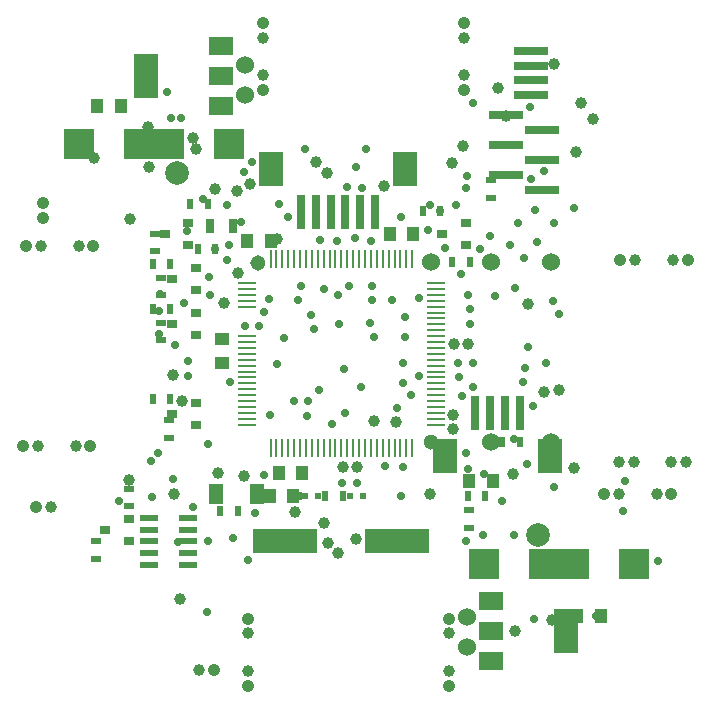
<source format=gts>
G04 #@! TF.FileFunction,Soldermask,Top*
%FSLAX46Y46*%
G04 Gerber Fmt 4.6, Leading zero omitted, Abs format (unit mm)*
G04 Created by KiCad (PCBNEW 4.0.7) date 02/03/18 21:52:34*
%MOMM*%
%LPD*%
G01*
G04 APERTURE LIST*
%ADD10C,0.100000*%
%ADD11R,1.500000X0.290000*%
%ADD12R,0.290000X1.500000*%
%ADD13R,2.000000X3.800000*%
%ADD14R,2.000000X1.500000*%
%ADD15R,2.550000X2.500000*%
%ADD16R,1.000000X1.250000*%
%ADD17C,1.060000*%
%ADD18C,1.006000*%
%ADD19R,0.800000X3.000000*%
%ADD20R,2.100000X3.000000*%
%ADD21C,1.300000*%
%ADD22C,1.524000*%
%ADD23R,3.000000X0.800000*%
%ADD24R,0.600000X0.500000*%
%ADD25R,1.500000X0.500000*%
%ADD26R,0.900000X0.800000*%
%ADD27R,0.500000X0.900000*%
%ADD28R,0.900000X0.500000*%
%ADD29R,0.700000X1.300000*%
%ADD30R,1.250000X1.000000*%
%ADD31R,1.300000X1.700000*%
%ADD32R,5.500000X2.000000*%
%ADD33C,1.306000*%
%ADD34C,2.000000*%
%ADD35C,1.000000*%
%ADD36R,3.000000X0.650000*%
%ADD37C,0.706000*%
G04 APERTURE END LIST*
D10*
D11*
X34610000Y-38250000D03*
X34610000Y-38750000D03*
X34610000Y-39250000D03*
X34610000Y-39750000D03*
X34610000Y-40250000D03*
X34610000Y-42750000D03*
X34610000Y-43250000D03*
X34610000Y-43750000D03*
X34610000Y-44250000D03*
X34610000Y-44750000D03*
X34610000Y-45250000D03*
X34610000Y-45750000D03*
X34610000Y-46250000D03*
X34610000Y-46750000D03*
X34610000Y-47250000D03*
X34610000Y-47750000D03*
X34610000Y-48250000D03*
X34610000Y-48750000D03*
X34610000Y-49250000D03*
X34610000Y-49750000D03*
X34610000Y-50250000D03*
D12*
X36610000Y-52250000D03*
X37110000Y-52250000D03*
X37610000Y-52250000D03*
X38110000Y-52250000D03*
X38610000Y-52250000D03*
X39110000Y-52250000D03*
X39610000Y-52250000D03*
X40110000Y-52250000D03*
X40610000Y-52250000D03*
X41110000Y-52250000D03*
X41610000Y-52250000D03*
X42110000Y-52250000D03*
X42610000Y-52250000D03*
X43110000Y-52250000D03*
X43610000Y-52250000D03*
X44110000Y-52250000D03*
X44610000Y-52250000D03*
X45110000Y-52250000D03*
X45610000Y-52250000D03*
X46110000Y-52250000D03*
X46610000Y-52250000D03*
X47110000Y-52250000D03*
X47610000Y-52250000D03*
X48110000Y-52250000D03*
X48610000Y-52250000D03*
D11*
X50610000Y-50250000D03*
X50610000Y-49750000D03*
X50610000Y-49250000D03*
X50610000Y-48750000D03*
X50610000Y-48250000D03*
X50610000Y-47750000D03*
X50610000Y-47250000D03*
X50610000Y-46750000D03*
X50610000Y-46250000D03*
X50610000Y-45750000D03*
X50610000Y-45250000D03*
X50610000Y-44750000D03*
X50610000Y-44250000D03*
X50610000Y-43750000D03*
X50610000Y-43250000D03*
X50610000Y-42750000D03*
X50610000Y-42250000D03*
X50610000Y-41750000D03*
X50610000Y-41250000D03*
X50610000Y-40750000D03*
X50610000Y-40250000D03*
X50610000Y-39750000D03*
X50610000Y-39250000D03*
X50610000Y-38750000D03*
X50610000Y-38250000D03*
D12*
X48610000Y-36250000D03*
X48110000Y-36250000D03*
X47610000Y-36250000D03*
X47110000Y-36250000D03*
X46610000Y-36250000D03*
X46110000Y-36250000D03*
X45610000Y-36250000D03*
X45110000Y-36250000D03*
X44610000Y-36250000D03*
X44110000Y-36250000D03*
X43610000Y-36250000D03*
X43110000Y-36250000D03*
X42610000Y-36250000D03*
X42110000Y-36250000D03*
X41610000Y-36250000D03*
X41110000Y-36250000D03*
X40610000Y-36250000D03*
X40110000Y-36250000D03*
X39610000Y-36250000D03*
X39110000Y-36250000D03*
X38610000Y-36250000D03*
X38110000Y-36250000D03*
X37610000Y-36250000D03*
X37110000Y-36250000D03*
X36610000Y-36250000D03*
D13*
X61660000Y-67745000D03*
D14*
X55310000Y-67745000D03*
X55310000Y-65205000D03*
X55310000Y-70285000D03*
D15*
X54690000Y-62030000D03*
X59740000Y-62030000D03*
X67360000Y-62030000D03*
X62310000Y-62030000D03*
D16*
X62565000Y-66475000D03*
X64565000Y-66475000D03*
D17*
X64882500Y-56140100D03*
D18*
X66132500Y-56140100D03*
X69297020Y-56084220D03*
D17*
X70547020Y-56084220D03*
D19*
X57700000Y-49260000D03*
X56450000Y-49260000D03*
X55200000Y-49260000D03*
D20*
X60250000Y-52860000D03*
X51400000Y-52860000D03*
D19*
X53950000Y-49260000D03*
D21*
X50240000Y-51740000D03*
D22*
X55320000Y-51740000D03*
X60400000Y-51740000D03*
X60400000Y-36500000D03*
X55320000Y-36500000D03*
X50240000Y-36500000D03*
D18*
X67486000Y-36290000D03*
D17*
X66236000Y-36290000D03*
D23*
X58672960Y-22355200D03*
X58672960Y-21105200D03*
X58672960Y-19855200D03*
X58672960Y-18605200D03*
D17*
X35990000Y-16224000D03*
D18*
X35990000Y-17474000D03*
D24*
X39520000Y-56315000D03*
X40620000Y-56315000D03*
X44430000Y-56315000D03*
X43330000Y-56315000D03*
D13*
X26100000Y-20755000D03*
D14*
X32450000Y-20755000D03*
X32450000Y-23295000D03*
X32450000Y-18215000D03*
D25*
X29655000Y-62125000D03*
X26355000Y-62125000D03*
X29655000Y-61125000D03*
X26355000Y-61125000D03*
X29655000Y-60125000D03*
X26355000Y-60125000D03*
X29655000Y-59125000D03*
X26355000Y-59125000D03*
X29655000Y-58125000D03*
X26355000Y-58125000D03*
D26*
X30275000Y-38850000D03*
X30275000Y-36950000D03*
X28275000Y-37900000D03*
X53135000Y-35040000D03*
X53135000Y-33140000D03*
X51135000Y-34090000D03*
X29640000Y-35040000D03*
X29640000Y-33140000D03*
X27640000Y-34090000D03*
X30275000Y-42660000D03*
X30275000Y-40760000D03*
X28275000Y-41710000D03*
X30275000Y-50280000D03*
X30275000Y-48380000D03*
X28275000Y-49330000D03*
X24600000Y-60100000D03*
X24600000Y-58200000D03*
X22600000Y-59150000D03*
D27*
X32335000Y-57585000D03*
X33835000Y-57585000D03*
X57750000Y-51730000D03*
X56250000Y-51730000D03*
D28*
X55310000Y-31030000D03*
X55310000Y-29530000D03*
D27*
X41225000Y-56315000D03*
X42725000Y-56315000D03*
X28120000Y-36630000D03*
X26620000Y-36630000D03*
X50980000Y-32185000D03*
X49480000Y-32185000D03*
X29795000Y-31550000D03*
X31295000Y-31550000D03*
D28*
X27370000Y-37785000D03*
X27370000Y-39285000D03*
D29*
X33400000Y-33455000D03*
X31500000Y-33455000D03*
D27*
X51959040Y-36436960D03*
X53459040Y-36436960D03*
X28120000Y-40440000D03*
X26620000Y-40440000D03*
D28*
X26800000Y-34075000D03*
X26800000Y-35575000D03*
D27*
X31930000Y-35360000D03*
X30430000Y-35360000D03*
D28*
X27370000Y-41595000D03*
X27370000Y-43095000D03*
D27*
X28120000Y-48060000D03*
X26620000Y-48060000D03*
D28*
X28050000Y-49860000D03*
X28050000Y-51360000D03*
X24630000Y-57170000D03*
X24630000Y-55670000D03*
X21810000Y-60110000D03*
X21810000Y-61610000D03*
D15*
X33070000Y-26470000D03*
X28020000Y-26470000D03*
D16*
X36530000Y-56315000D03*
X38530000Y-56315000D03*
D15*
X20400000Y-26470000D03*
X25450000Y-26470000D03*
D16*
X21925000Y-23295000D03*
X23925000Y-23295000D03*
D30*
X32475000Y-43025000D03*
X32475000Y-45025000D03*
D16*
X37300000Y-54350000D03*
X39300000Y-54350000D03*
X48690000Y-34090000D03*
X46690000Y-34090000D03*
X34625000Y-34660000D03*
X36625000Y-34660000D03*
X53450000Y-55050000D03*
X55450000Y-55050000D03*
D31*
X35470000Y-56100000D03*
X31970000Y-56100000D03*
D17*
X15670000Y-52038000D03*
D18*
X16920000Y-52038000D03*
X20115000Y-52038000D03*
D17*
X21365000Y-52038000D03*
X51738000Y-72358000D03*
D18*
X51738000Y-71108000D03*
X51738000Y-67913000D03*
D17*
X51738000Y-66663000D03*
X34720000Y-72358000D03*
D18*
X34720000Y-71108000D03*
X34720000Y-67913000D03*
D17*
X34720000Y-66663000D03*
X53008000Y-16224000D03*
D18*
X53008000Y-17474000D03*
X53008000Y-20669000D03*
D17*
X53008000Y-21919000D03*
X71931000Y-36290000D03*
D18*
X70681000Y-36290000D03*
X67359000Y-53435000D03*
X66109000Y-53435000D03*
X35990000Y-20669000D03*
D17*
X35990000Y-21919000D03*
X15924000Y-35147000D03*
D18*
X17174000Y-35147000D03*
X20369000Y-35147000D03*
D17*
X21619000Y-35147000D03*
D28*
X53405000Y-58970000D03*
X53405000Y-57470000D03*
D27*
X53290000Y-56315000D03*
X54790000Y-56315000D03*
D19*
X41700000Y-32240000D03*
X40450000Y-32240000D03*
X39200000Y-32240000D03*
X42950000Y-32240000D03*
X44200000Y-32240000D03*
D20*
X36650000Y-28640000D03*
X48000000Y-28640000D03*
D19*
X45450000Y-32240000D03*
D32*
X47360000Y-60125000D03*
X37860000Y-60125000D03*
D18*
X18024580Y-57242460D03*
D17*
X16774580Y-57242460D03*
D18*
X71804000Y-53435000D03*
X70554000Y-53435000D03*
D22*
X53262000Y-69056000D03*
X53262000Y-66516000D03*
X34453300Y-19792700D03*
X34453300Y-22332700D03*
D33*
X35570900Y-36582100D03*
D34*
X28725600Y-28924000D03*
X59294500Y-59569100D03*
D17*
X17371800Y-32734000D03*
X17371800Y-31484000D03*
X31800000Y-71000000D03*
D18*
X30550000Y-71000000D03*
X43960520Y-53800760D03*
X42710520Y-53800760D03*
X53363600Y-43376600D03*
X52113600Y-43376600D03*
D35*
X52098680Y-50641000D03*
X52098680Y-49391000D03*
D36*
X56577840Y-24042120D03*
X56577840Y-26582120D03*
X56577840Y-29122120D03*
X59577840Y-25312120D03*
X59577840Y-27852120D03*
X59577840Y-30392120D03*
D18*
X30262300Y-26942800D03*
X26287200Y-28441400D03*
X30015920Y-25967440D03*
D35*
X62865740Y-23028660D03*
X63871580Y-24400260D03*
D37*
X58606160Y-23341080D03*
D35*
X62449940Y-27145640D03*
D37*
X58667120Y-29447240D03*
D35*
X40490000Y-27970000D03*
D37*
X43884320Y-28461720D03*
D35*
X33880000Y-37370000D03*
X32632120Y-39975540D03*
X55895980Y-21751040D03*
D37*
X58989700Y-32030420D03*
D35*
X61030000Y-47310000D03*
D18*
X26275900Y-25075900D03*
D35*
X62317100Y-53930300D03*
D18*
X32383200Y-23247100D03*
D37*
X54800000Y-65300000D03*
D35*
X60642730Y-19727570D03*
D37*
X48020200Y-41105480D03*
X64200000Y-66475000D03*
X39100000Y-56300000D03*
X31320000Y-51910000D03*
X28350000Y-54820000D03*
X47680000Y-32670000D03*
X47825000Y-53800000D03*
X37350000Y-31525000D03*
D35*
X37200000Y-34550000D03*
D37*
X28800000Y-60150000D03*
X31930000Y-35360000D03*
D35*
X33740000Y-30480000D03*
D37*
X54660000Y-54440000D03*
D35*
X60480680Y-66754760D03*
D37*
X30894760Y-31123640D03*
X27180000Y-42570000D03*
D35*
X56524120Y-24112880D03*
D37*
X53719200Y-22995640D03*
D35*
X41410000Y-28970000D03*
X29114220Y-48263560D03*
X28342060Y-46051220D03*
D37*
X34070000Y-33050000D03*
D35*
X34864780Y-29846020D03*
X52929260Y-26648160D03*
X51971680Y-28080720D03*
D37*
X52740000Y-37490000D03*
D35*
X59772020Y-47499020D03*
X57275000Y-67750000D03*
D37*
X66482700Y-57537100D03*
D35*
X58423280Y-39998400D03*
D18*
X28975000Y-65000000D03*
D37*
X59800000Y-28800000D03*
D35*
X61175000Y-67750000D03*
D37*
X37300000Y-54350000D03*
D18*
X41120000Y-58530000D03*
X38660000Y-57660000D03*
D35*
X43860000Y-59960000D03*
D18*
X41440000Y-60240000D03*
D37*
X27280000Y-39220000D03*
D35*
X34375000Y-54575000D03*
D37*
X53135000Y-35040000D03*
X33425000Y-59825000D03*
X36508920Y-39611960D03*
X31317160Y-60071660D03*
X36072040Y-40747340D03*
X46305000Y-53775000D03*
X33094400Y-34992060D03*
X33150000Y-46620000D03*
X53520000Y-41710000D03*
X26450000Y-53290000D03*
X28275000Y-41710000D03*
X29600000Y-44880000D03*
X22600000Y-59150000D03*
X30050000Y-57250000D03*
X29600000Y-46120000D03*
X38570000Y-48270000D03*
X31420000Y-37710000D03*
X36075000Y-54500000D03*
X35300000Y-57750000D03*
X31250000Y-66125000D03*
X52576200Y-46221400D03*
X43122320Y-30158440D03*
X39731420Y-49498000D03*
X45360060Y-42845740D03*
D18*
X45340000Y-49940000D03*
D37*
X48025000Y-42850000D03*
X44341520Y-30178760D03*
X55190000Y-34283400D03*
X57588210Y-33191790D03*
X56909440Y-34999680D03*
X39820320Y-48255940D03*
X42818280Y-45489520D03*
X43920000Y-55160000D03*
X59907400Y-44984060D03*
X57224400Y-59581800D03*
X53135000Y-60077100D03*
X56180460Y-56668420D03*
X58391020Y-43627700D03*
X40011580Y-40930220D03*
X29530000Y-33890000D03*
X57300600Y-38695380D03*
X46907680Y-39680540D03*
X40285900Y-42118940D03*
X60498460Y-39746940D03*
X45045100Y-41644320D03*
D18*
X47225000Y-50050000D03*
D37*
X54371980Y-35334960D03*
X42700000Y-55150000D03*
X49934600Y-33788100D03*
X32962320Y-31621480D03*
X49147960Y-39540840D03*
X53188340Y-52647600D03*
X58336920Y-53605180D03*
X60577200Y-55505100D03*
X66650000Y-55000000D03*
X69403700Y-61745880D03*
X54570100Y-59569100D03*
X37150000Y-45100000D03*
X53500000Y-40475000D03*
X36607220Y-49388780D03*
X38065180Y-32670500D03*
X47630000Y-56315000D03*
X32890000Y-36340000D03*
X34700000Y-61700000D03*
X34344080Y-28822400D03*
D35*
X31880280Y-30310840D03*
X24620960Y-54923440D03*
X28430000Y-56140000D03*
X32190160Y-54324000D03*
D37*
X53282320Y-29213560D03*
D35*
X46200000Y-30000000D03*
D37*
X28217600Y-24260560D03*
X29045640Y-24265640D03*
X52317120Y-31611320D03*
X50097160Y-31646880D03*
X58834760Y-48677580D03*
D35*
X57173600Y-54453540D03*
X50150500Y-56114700D03*
D18*
X21664400Y-27666700D03*
X24737800Y-32848300D03*
D37*
X57240000Y-51500000D03*
X58010000Y-46650000D03*
D35*
X42350000Y-61070000D03*
D37*
X27160000Y-40620000D03*
X31478960Y-39231320D03*
X37710340Y-42926660D03*
X38911000Y-39670740D03*
X35655480Y-41903040D03*
X29280000Y-39920000D03*
X44240000Y-47020000D03*
X42370000Y-41680000D03*
X42300000Y-39300000D03*
X28530020Y-43485820D03*
X27084760Y-52622200D03*
X23810000Y-56680000D03*
X26560000Y-56400000D03*
X45215280Y-39713920D03*
X40682140Y-47331020D03*
X34446440Y-41882720D03*
X50976000Y-32134560D03*
X60643240Y-33135320D03*
X59177660Y-34819340D03*
X39500280Y-26907240D03*
X44671720Y-26902160D03*
X35034960Y-28014680D03*
X53360000Y-54040000D03*
X47280000Y-48810000D03*
X45140000Y-34700000D03*
X45180000Y-38500000D03*
X43750000Y-34460000D03*
X43259480Y-38535360D03*
X42250000Y-34675000D03*
X41120000Y-38730000D03*
X39162460Y-38482020D03*
X40782980Y-34590740D03*
X47837320Y-45045020D03*
X53744600Y-45002200D03*
X48507880Y-47704400D03*
X52817500Y-47859700D03*
X53731900Y-47046900D03*
X47837320Y-46683320D03*
X52525400Y-45002200D03*
X49140340Y-46096580D03*
X58113400Y-36165540D03*
X55606420Y-39360860D03*
X62263760Y-31890720D03*
X53290000Y-39280000D03*
X61027540Y-40907360D03*
X58181980Y-45421300D03*
X53160400Y-30173680D03*
X51347600Y-35288880D03*
X32307000Y-25761700D03*
X27874700Y-22040600D03*
X58890640Y-66673480D03*
X55370200Y-61639200D03*
X41810000Y-50190000D03*
X42890000Y-49220000D03*
M02*

</source>
